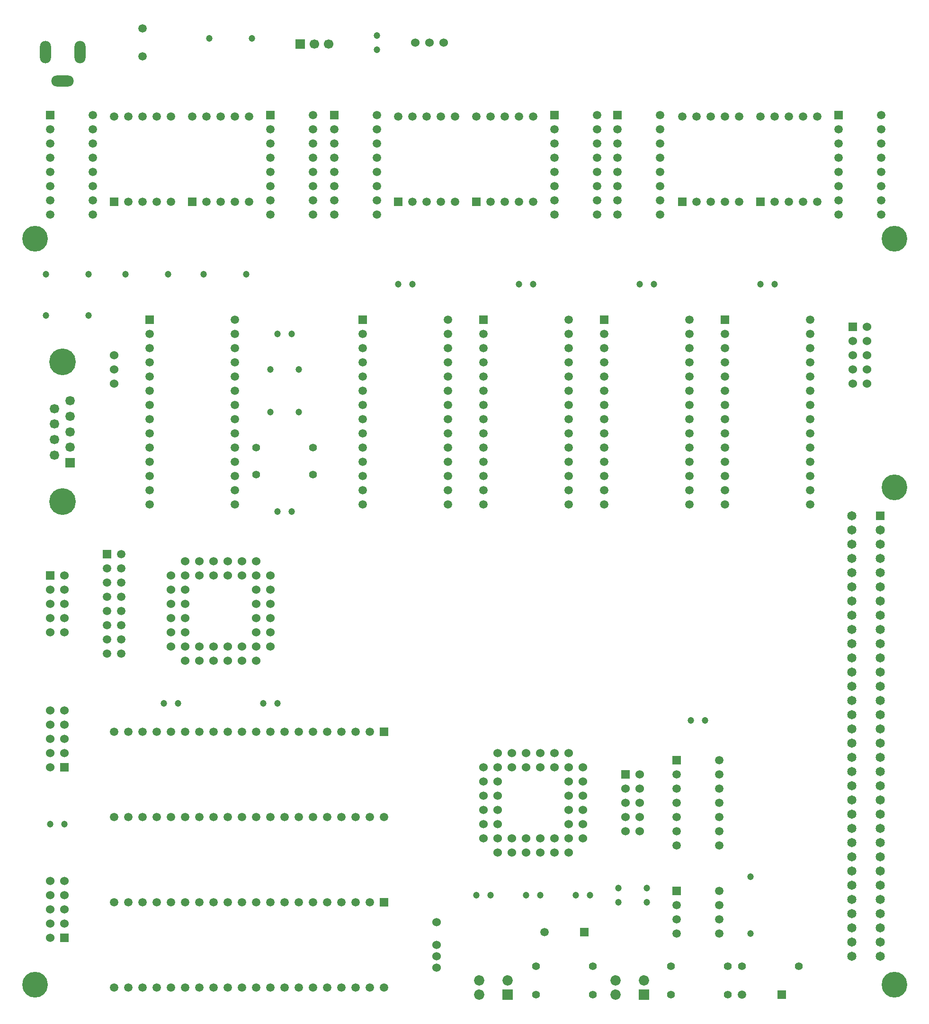
<source format=gbr>
G04 Layer_Color=255*
%FSLAX26Y26*%
%MOIN*%
%TF.FileFunction,Pads,Bot*%
%TF.Part,Single*%
G01*
G75*
%TA.AperFunction,ComponentPad*%
%ADD15O,0.078740X0.157480*%
%ADD16O,0.157480X0.078740*%
%ADD17C,0.187402*%
%ADD18R,0.066535X0.066535*%
%ADD19C,0.066535*%
%ADD20C,0.055118*%
%ADD21R,0.059055X0.059055*%
%ADD22C,0.059055*%
%ADD23C,0.047244*%
%ADD24C,0.072835*%
%ADD25R,0.072835X0.072835*%
%ADD26R,0.059055X0.059055*%
%ADD27C,0.059055*%
%ADD28C,0.060000*%
%ADD29R,0.060000X0.060000*%
%ADD30R,0.059055X0.059055*%
%ADD31R,0.059055X0.059055*%
%ADD32C,0.064961*%
%ADD33C,0.181102*%
%ADD34R,0.064961X0.064961*%
%ADD35R,0.066929X0.066929*%
%ADD36C,0.066929*%
%TA.AperFunction,ViaPad*%
%ADD37C,0.181102*%
D15*
X215276Y6780630D02*
D03*
X459370Y6780787D02*
D03*
D16*
X335000Y6580000D02*
D03*
D17*
X334016Y4601929D02*
D03*
Y3618071D02*
D03*
D18*
X389921Y3891890D02*
D03*
D19*
X278110Y3946417D02*
D03*
X389921Y4000945D02*
D03*
X278110Y4055472D02*
D03*
X389921Y4110000D02*
D03*
X278110Y4164528D02*
D03*
X389921Y4219055D02*
D03*
X278110Y4273583D02*
D03*
X389921Y4328110D02*
D03*
D20*
X3670000Y150000D02*
D03*
X4070000D02*
D03*
X5020000D02*
D03*
X4620000D02*
D03*
X3670000Y350000D02*
D03*
X4070000D02*
D03*
X5020000D02*
D03*
X4620000D02*
D03*
X5520000D02*
D03*
X5120000D02*
D03*
X2100000Y4000000D02*
D03*
X1700000D02*
D03*
X2100000Y3810000D02*
D03*
X1700000D02*
D03*
D21*
X5399764Y150000D02*
D03*
X4009764Y590000D02*
D03*
X950000Y4900000D02*
D03*
D22*
X5120236Y150000D02*
D03*
X5350000Y5730000D02*
D03*
X5450000D02*
D03*
X5550000D02*
D03*
X5650000D02*
D03*
X5250000Y6330000D02*
D03*
X5350000D02*
D03*
X5450000D02*
D03*
X5550000D02*
D03*
X5650000D02*
D03*
X4800000Y5730000D02*
D03*
X4900000D02*
D03*
X5000000D02*
D03*
X5100000D02*
D03*
X4700000Y6330000D02*
D03*
X4800000D02*
D03*
X4900000D02*
D03*
X5000000D02*
D03*
X5100000D02*
D03*
X1350000Y5730000D02*
D03*
X1450000D02*
D03*
X1550000D02*
D03*
X1650000D02*
D03*
X1250000Y6330000D02*
D03*
X1350000D02*
D03*
X1450000D02*
D03*
X1550000D02*
D03*
X1650000D02*
D03*
X800000Y5730000D02*
D03*
X900000D02*
D03*
X1000000D02*
D03*
X1100000D02*
D03*
X700000Y6330000D02*
D03*
X800000D02*
D03*
X900000D02*
D03*
X1000000D02*
D03*
X1100000D02*
D03*
X3350000Y5730000D02*
D03*
X3450000D02*
D03*
X3550000D02*
D03*
X3650000D02*
D03*
X3250000Y6330000D02*
D03*
X3350000D02*
D03*
X3450000D02*
D03*
X3550000D02*
D03*
X3650000D02*
D03*
X2800000Y5730000D02*
D03*
X2900000D02*
D03*
X3000000D02*
D03*
X3100000D02*
D03*
X2700000Y6330000D02*
D03*
X2800000D02*
D03*
X2900000D02*
D03*
X3000000D02*
D03*
X3100000D02*
D03*
X3730236Y590000D02*
D03*
X750000Y3250000D02*
D03*
X650000Y3150000D02*
D03*
X750000D02*
D03*
X650000Y3050000D02*
D03*
X750000D02*
D03*
X650000Y2950000D02*
D03*
X750000D02*
D03*
X650000Y2850000D02*
D03*
X750000D02*
D03*
X650000Y2750000D02*
D03*
X750000D02*
D03*
X650000Y2650000D02*
D03*
X750000D02*
D03*
X650000Y2550000D02*
D03*
X750000D02*
D03*
X950000Y4800000D02*
D03*
Y4700000D02*
D03*
Y4600000D02*
D03*
Y4500000D02*
D03*
Y4400000D02*
D03*
Y4300000D02*
D03*
Y4200000D02*
D03*
Y4100000D02*
D03*
Y4000000D02*
D03*
Y3900000D02*
D03*
Y3800000D02*
D03*
Y3700000D02*
D03*
Y3600000D02*
D03*
X1550000Y4900000D02*
D03*
Y4800000D02*
D03*
Y4700000D02*
D03*
Y4600000D02*
D03*
Y4500000D02*
D03*
Y4400000D02*
D03*
Y4300000D02*
D03*
Y4200000D02*
D03*
Y4100000D02*
D03*
Y4000000D02*
D03*
Y3900000D02*
D03*
Y3800000D02*
D03*
Y3700000D02*
D03*
Y3600000D02*
D03*
X900000Y6948425D02*
D03*
Y6751575D02*
D03*
D23*
X3600000Y850000D02*
D03*
X3700000D02*
D03*
X4250000Y900000D02*
D03*
Y800000D02*
D03*
X4450000D02*
D03*
Y900000D02*
D03*
X1150000Y2200000D02*
D03*
X1050000D02*
D03*
X3350000Y850000D02*
D03*
X3250000D02*
D03*
X4500000Y5150000D02*
D03*
X4400000D02*
D03*
X2800000D02*
D03*
X2700000D02*
D03*
X3650000D02*
D03*
X3550000D02*
D03*
X1850000Y2200000D02*
D03*
X1750000D02*
D03*
X4760000Y2080000D02*
D03*
X4860000D02*
D03*
X3950000Y850000D02*
D03*
X4050000D02*
D03*
X250000Y1350000D02*
D03*
X5350000Y5150000D02*
D03*
X5250000D02*
D03*
X1950000Y3550000D02*
D03*
X1850000D02*
D03*
X1330000Y5220000D02*
D03*
X1630000D02*
D03*
X780000D02*
D03*
X1080000D02*
D03*
X520000D02*
D03*
X220000D02*
D03*
Y4930000D02*
D03*
X520000D02*
D03*
X1850000Y4800000D02*
D03*
X1950000D02*
D03*
X2000000Y4550000D02*
D03*
X1800000D02*
D03*
X2550000Y6900000D02*
D03*
Y6800000D02*
D03*
X1670000Y6880000D02*
D03*
X1370000D02*
D03*
X1800000Y4250000D02*
D03*
X2000000D02*
D03*
X5180000Y980000D02*
D03*
Y580000D02*
D03*
X350000Y1350000D02*
D03*
D24*
X3470000Y250000D02*
D03*
X3270000D02*
D03*
Y150000D02*
D03*
X4430000Y250000D02*
D03*
X4230000D02*
D03*
Y150000D02*
D03*
D25*
X3470000D02*
D03*
X4430000D02*
D03*
D26*
X4150000Y4900000D02*
D03*
X2450000D02*
D03*
X5000000D02*
D03*
X5800000Y6340000D02*
D03*
X4241762D02*
D03*
X1800000D02*
D03*
X250000D02*
D03*
X3800000D02*
D03*
X2250000D02*
D03*
X3300000Y4900000D02*
D03*
X4660000Y880000D02*
D03*
Y1800000D02*
D03*
D27*
X4150000Y4800000D02*
D03*
Y4700000D02*
D03*
Y4600000D02*
D03*
Y4500000D02*
D03*
Y4400000D02*
D03*
Y4300000D02*
D03*
Y4200000D02*
D03*
Y4100000D02*
D03*
Y4000000D02*
D03*
Y3900000D02*
D03*
Y3800000D02*
D03*
Y3700000D02*
D03*
Y3600000D02*
D03*
X4750000Y4900000D02*
D03*
Y4800000D02*
D03*
Y4700000D02*
D03*
Y4600000D02*
D03*
Y4500000D02*
D03*
Y4400000D02*
D03*
Y4300000D02*
D03*
Y4200000D02*
D03*
Y4100000D02*
D03*
Y4000000D02*
D03*
Y3900000D02*
D03*
Y3800000D02*
D03*
Y3700000D02*
D03*
Y3600000D02*
D03*
X2450000Y4800000D02*
D03*
Y4700000D02*
D03*
Y4600000D02*
D03*
Y4500000D02*
D03*
Y4400000D02*
D03*
Y4300000D02*
D03*
Y4200000D02*
D03*
Y4100000D02*
D03*
Y4000000D02*
D03*
Y3900000D02*
D03*
Y3800000D02*
D03*
Y3700000D02*
D03*
Y3600000D02*
D03*
X3050000Y4900000D02*
D03*
Y4800000D02*
D03*
Y4700000D02*
D03*
Y4600000D02*
D03*
Y4500000D02*
D03*
Y4400000D02*
D03*
Y4300000D02*
D03*
Y4200000D02*
D03*
Y4100000D02*
D03*
Y4000000D02*
D03*
Y3900000D02*
D03*
Y3800000D02*
D03*
Y3700000D02*
D03*
Y3600000D02*
D03*
X5000000Y4800000D02*
D03*
Y4700000D02*
D03*
Y4600000D02*
D03*
Y4500000D02*
D03*
Y4400000D02*
D03*
Y4300000D02*
D03*
Y4200000D02*
D03*
Y4100000D02*
D03*
Y4000000D02*
D03*
Y3900000D02*
D03*
Y3800000D02*
D03*
Y3700000D02*
D03*
Y3600000D02*
D03*
X5600000Y4900000D02*
D03*
Y4800000D02*
D03*
Y4700000D02*
D03*
Y4600000D02*
D03*
Y4500000D02*
D03*
Y4400000D02*
D03*
Y4300000D02*
D03*
Y4200000D02*
D03*
Y4100000D02*
D03*
Y4000000D02*
D03*
Y3900000D02*
D03*
Y3800000D02*
D03*
Y3700000D02*
D03*
Y3600000D02*
D03*
X2500000Y800000D02*
D03*
X2400000D02*
D03*
X2300000D02*
D03*
X2200000D02*
D03*
X2100000D02*
D03*
X2000000D02*
D03*
X1900000D02*
D03*
X1800000D02*
D03*
X1700000D02*
D03*
X1600000D02*
D03*
X1500000D02*
D03*
X1400000D02*
D03*
X1300000D02*
D03*
X1200000D02*
D03*
X1100000D02*
D03*
X1000000D02*
D03*
X900000D02*
D03*
X800000D02*
D03*
X700000D02*
D03*
X2600000Y200000D02*
D03*
X2500000D02*
D03*
X2400000D02*
D03*
X2300000D02*
D03*
X2200000D02*
D03*
X2100000D02*
D03*
X2000000D02*
D03*
X1900000D02*
D03*
X1800000D02*
D03*
X1700000D02*
D03*
X1600000D02*
D03*
X1500000D02*
D03*
X1400000D02*
D03*
X1300000D02*
D03*
X1200000D02*
D03*
X1100000D02*
D03*
X1000000D02*
D03*
X900000D02*
D03*
X800000D02*
D03*
X700000D02*
D03*
X6100000Y5640000D02*
D03*
Y5740000D02*
D03*
Y5840000D02*
D03*
Y5940000D02*
D03*
Y6040000D02*
D03*
Y6140000D02*
D03*
Y6240000D02*
D03*
Y6340000D02*
D03*
X5800000Y5640000D02*
D03*
Y5740000D02*
D03*
Y5840000D02*
D03*
Y5940000D02*
D03*
Y6040000D02*
D03*
Y6140000D02*
D03*
Y6240000D02*
D03*
X4541762Y5640000D02*
D03*
Y5740000D02*
D03*
Y5840000D02*
D03*
Y5940000D02*
D03*
Y6040000D02*
D03*
Y6140000D02*
D03*
Y6240000D02*
D03*
Y6340000D02*
D03*
X4241762Y5640000D02*
D03*
Y5740000D02*
D03*
Y5840000D02*
D03*
Y5940000D02*
D03*
Y6040000D02*
D03*
Y6140000D02*
D03*
Y6240000D02*
D03*
X2100000Y5640000D02*
D03*
Y5740000D02*
D03*
Y5840000D02*
D03*
Y5940000D02*
D03*
Y6040000D02*
D03*
Y6140000D02*
D03*
Y6240000D02*
D03*
Y6340000D02*
D03*
X1800000Y5640000D02*
D03*
Y5740000D02*
D03*
Y5840000D02*
D03*
Y5940000D02*
D03*
Y6040000D02*
D03*
Y6140000D02*
D03*
Y6240000D02*
D03*
X550000Y5640000D02*
D03*
Y5740000D02*
D03*
Y5840000D02*
D03*
Y5940000D02*
D03*
Y6040000D02*
D03*
Y6140000D02*
D03*
Y6240000D02*
D03*
Y6340000D02*
D03*
X250000Y5640000D02*
D03*
Y5740000D02*
D03*
Y5840000D02*
D03*
Y5940000D02*
D03*
Y6040000D02*
D03*
Y6140000D02*
D03*
Y6240000D02*
D03*
X4100000Y5640000D02*
D03*
Y5740000D02*
D03*
Y5840000D02*
D03*
Y5940000D02*
D03*
Y6040000D02*
D03*
Y6140000D02*
D03*
Y6240000D02*
D03*
Y6340000D02*
D03*
X3800000Y5640000D02*
D03*
Y5740000D02*
D03*
Y5840000D02*
D03*
Y5940000D02*
D03*
Y6040000D02*
D03*
Y6140000D02*
D03*
Y6240000D02*
D03*
X2550000Y5640000D02*
D03*
Y5740000D02*
D03*
Y5840000D02*
D03*
Y5940000D02*
D03*
Y6040000D02*
D03*
Y6140000D02*
D03*
Y6240000D02*
D03*
Y6340000D02*
D03*
X2250000Y5640000D02*
D03*
Y5740000D02*
D03*
Y5840000D02*
D03*
Y5940000D02*
D03*
Y6040000D02*
D03*
Y6140000D02*
D03*
Y6240000D02*
D03*
X2500000Y2000000D02*
D03*
X2400000D02*
D03*
X2300000D02*
D03*
X2200000D02*
D03*
X2100000D02*
D03*
X2000000D02*
D03*
X1900000D02*
D03*
X1800000D02*
D03*
X1700000D02*
D03*
X1600000D02*
D03*
X1500000D02*
D03*
X1400000D02*
D03*
X1300000D02*
D03*
X1200000D02*
D03*
X1100000D02*
D03*
X1000000D02*
D03*
X900000D02*
D03*
X800000D02*
D03*
X700000D02*
D03*
X2600000Y1400000D02*
D03*
X2500000D02*
D03*
X2400000D02*
D03*
X2300000D02*
D03*
X2200000D02*
D03*
X2100000D02*
D03*
X2000000D02*
D03*
X1900000D02*
D03*
X1800000D02*
D03*
X1700000D02*
D03*
X1600000D02*
D03*
X1500000D02*
D03*
X1400000D02*
D03*
X1300000D02*
D03*
X1200000D02*
D03*
X1100000D02*
D03*
X1000000D02*
D03*
X900000D02*
D03*
X800000D02*
D03*
X700000D02*
D03*
X3300000Y4800000D02*
D03*
Y4700000D02*
D03*
Y4600000D02*
D03*
Y4500000D02*
D03*
Y4400000D02*
D03*
Y4300000D02*
D03*
Y4200000D02*
D03*
Y4100000D02*
D03*
Y4000000D02*
D03*
Y3900000D02*
D03*
Y3800000D02*
D03*
Y3700000D02*
D03*
Y3600000D02*
D03*
X3900000Y4900000D02*
D03*
Y4800000D02*
D03*
Y4700000D02*
D03*
Y4600000D02*
D03*
Y4500000D02*
D03*
Y4400000D02*
D03*
Y4300000D02*
D03*
Y4200000D02*
D03*
Y4100000D02*
D03*
Y4000000D02*
D03*
Y3900000D02*
D03*
Y3800000D02*
D03*
Y3700000D02*
D03*
Y3600000D02*
D03*
X4960000Y580000D02*
D03*
Y680000D02*
D03*
Y780000D02*
D03*
Y880000D02*
D03*
X4660000Y580000D02*
D03*
Y680000D02*
D03*
Y780000D02*
D03*
X4960000Y1200000D02*
D03*
Y1300000D02*
D03*
Y1400000D02*
D03*
Y1500000D02*
D03*
Y1600000D02*
D03*
Y1700000D02*
D03*
Y1800000D02*
D03*
X4660000Y1200000D02*
D03*
Y1300000D02*
D03*
Y1400000D02*
D03*
Y1500000D02*
D03*
Y1600000D02*
D03*
Y1700000D02*
D03*
D28*
X1400000Y2600000D02*
D03*
X1500000Y2500000D02*
D03*
Y2600000D02*
D03*
X1600000Y2500000D02*
D03*
Y2600000D02*
D03*
X1700000Y2500000D02*
D03*
X1800000Y2600000D02*
D03*
X1700000D02*
D03*
X1800000Y2700000D02*
D03*
X1700000D02*
D03*
X1800000Y2800000D02*
D03*
X1700000D02*
D03*
X1800000Y2900000D02*
D03*
X1700000D02*
D03*
X1800000Y3000000D02*
D03*
X1700000D02*
D03*
X1800000Y3100000D02*
D03*
X1700000Y3200000D02*
D03*
Y3100000D02*
D03*
X1600000Y3200000D02*
D03*
Y3100000D02*
D03*
X1500000Y3200000D02*
D03*
Y3100000D02*
D03*
X1400000Y3200000D02*
D03*
Y3100000D02*
D03*
X1200000Y3000000D02*
D03*
Y2900000D02*
D03*
Y3100000D02*
D03*
X1300000Y3200000D02*
D03*
Y3100000D02*
D03*
X1200000Y3200000D02*
D03*
X1300000Y2600000D02*
D03*
X1100000Y3100000D02*
D03*
X1300000Y2500000D02*
D03*
X1100000Y3000000D02*
D03*
Y2900000D02*
D03*
X1200000Y2800000D02*
D03*
Y2700000D02*
D03*
X1100000Y2800000D02*
D03*
X1200000Y2600000D02*
D03*
X1100000Y2700000D02*
D03*
Y2600000D02*
D03*
X1200000Y2500000D02*
D03*
X1400000D02*
D03*
X700000Y4450000D02*
D03*
Y4550000D02*
D03*
Y4650000D02*
D03*
X350000Y2700000D02*
D03*
X250000D02*
D03*
X350000Y2800000D02*
D03*
X250000D02*
D03*
X350000Y2900000D02*
D03*
X250000D02*
D03*
X350000Y3000000D02*
D03*
X250000D02*
D03*
X350000Y3100000D02*
D03*
X250000Y2150000D02*
D03*
X350000D02*
D03*
X250000Y2050000D02*
D03*
X350000D02*
D03*
X250000Y1950000D02*
D03*
X350000D02*
D03*
X250000Y1850000D02*
D03*
X350000D02*
D03*
X250000Y1750000D02*
D03*
Y950000D02*
D03*
X350000D02*
D03*
X250000Y850000D02*
D03*
X350000D02*
D03*
X250000Y750000D02*
D03*
X350000D02*
D03*
X250000Y650000D02*
D03*
X350000D02*
D03*
X250000Y550000D02*
D03*
X4400000Y1300000D02*
D03*
X4300000D02*
D03*
X4400000Y1400000D02*
D03*
X4300000D02*
D03*
X4400000Y1500000D02*
D03*
X4300000D02*
D03*
X4400000Y1600000D02*
D03*
X4300000D02*
D03*
X4400000Y1700000D02*
D03*
X3020000Y6850000D02*
D03*
X2920000D02*
D03*
X2820000D02*
D03*
X6000000Y4450000D02*
D03*
X5900000D02*
D03*
X6000000Y4550000D02*
D03*
X5900000D02*
D03*
X6000000Y4650000D02*
D03*
X5900000D02*
D03*
X6000000Y4750000D02*
D03*
X5900000D02*
D03*
X6000000Y4850000D02*
D03*
X2970000Y660000D02*
D03*
Y500000D02*
D03*
Y420000D02*
D03*
Y340000D02*
D03*
X3700000Y1750000D02*
D03*
X3600000Y1850000D02*
D03*
Y1750000D02*
D03*
X3500000Y1850000D02*
D03*
Y1750000D02*
D03*
X3400000Y1850000D02*
D03*
X3300000Y1750000D02*
D03*
X3400000D02*
D03*
X3300000Y1650000D02*
D03*
X3400000D02*
D03*
X3300000Y1550000D02*
D03*
X3400000D02*
D03*
X3300000Y1450000D02*
D03*
X3400000D02*
D03*
X3300000Y1350000D02*
D03*
X3400000D02*
D03*
X3300000Y1250000D02*
D03*
X3400000Y1150000D02*
D03*
Y1250000D02*
D03*
X3500000Y1150000D02*
D03*
Y1250000D02*
D03*
X3600000Y1150000D02*
D03*
Y1250000D02*
D03*
X3700000Y1150000D02*
D03*
Y1250000D02*
D03*
X3900000Y1350000D02*
D03*
Y1450000D02*
D03*
Y1250000D02*
D03*
X3800000Y1150000D02*
D03*
Y1250000D02*
D03*
X3900000Y1150000D02*
D03*
X3800000Y1750000D02*
D03*
X4000000Y1250000D02*
D03*
X3800000Y1850000D02*
D03*
X4000000Y1350000D02*
D03*
Y1450000D02*
D03*
X3900000Y1550000D02*
D03*
Y1650000D02*
D03*
X4000000Y1550000D02*
D03*
X3900000Y1750000D02*
D03*
X4000000Y1650000D02*
D03*
Y1750000D02*
D03*
X3900000Y1850000D02*
D03*
X3700000D02*
D03*
D29*
X250000Y3100000D02*
D03*
X350000Y1750000D02*
D03*
Y550000D02*
D03*
X4300000Y1700000D02*
D03*
X5900000Y4850000D02*
D03*
D30*
X2600000Y800000D02*
D03*
Y2000000D02*
D03*
D31*
X5250000Y5730000D02*
D03*
X4700000D02*
D03*
X1250000D02*
D03*
X700000D02*
D03*
X3250000D02*
D03*
X2700000D02*
D03*
X650000Y3250000D02*
D03*
D32*
X5890551Y3418504D02*
D03*
Y3118504D02*
D03*
Y2818504D02*
D03*
Y2518504D02*
D03*
X6090551Y518504D02*
D03*
X5890551Y3518504D02*
D03*
Y3318504D02*
D03*
Y3218504D02*
D03*
Y3018504D02*
D03*
Y2918504D02*
D03*
Y2718504D02*
D03*
Y2618504D02*
D03*
Y2418504D02*
D03*
X6090551Y3318504D02*
D03*
Y3218504D02*
D03*
Y3018504D02*
D03*
Y2918504D02*
D03*
Y2718504D02*
D03*
Y2618504D02*
D03*
Y2418504D02*
D03*
X5890551Y418504D02*
D03*
Y618504D02*
D03*
Y718504D02*
D03*
Y918504D02*
D03*
Y1018504D02*
D03*
Y1218504D02*
D03*
Y1318504D02*
D03*
Y1518504D02*
D03*
X6090551Y418504D02*
D03*
Y618504D02*
D03*
Y718504D02*
D03*
Y918504D02*
D03*
Y1018504D02*
D03*
Y1218504D02*
D03*
Y1318504D02*
D03*
Y1518504D02*
D03*
X5890551Y1618504D02*
D03*
Y1718504D02*
D03*
Y1818504D02*
D03*
Y1918504D02*
D03*
Y2018504D02*
D03*
Y2118504D02*
D03*
Y2218504D02*
D03*
Y2318504D02*
D03*
X6090551Y1618504D02*
D03*
Y1718504D02*
D03*
Y1818504D02*
D03*
Y1918504D02*
D03*
Y2018504D02*
D03*
Y2118504D02*
D03*
Y2218504D02*
D03*
Y2318504D02*
D03*
Y3418504D02*
D03*
Y3118504D02*
D03*
Y2818504D02*
D03*
Y2518504D02*
D03*
Y1418504D02*
D03*
Y1118504D02*
D03*
Y818504D02*
D03*
X5890551Y518504D02*
D03*
Y818504D02*
D03*
Y1118504D02*
D03*
Y1418504D02*
D03*
D33*
X6190551Y218504D02*
D03*
Y3718504D02*
D03*
D34*
X6090551Y3518504D02*
D03*
D35*
X2010000Y6840000D02*
D03*
D36*
X2110000D02*
D03*
X2210000D02*
D03*
D37*
X141732Y218504D02*
D03*
X6190551Y5468504D02*
D03*
X141732D02*
D03*
%TF.MD5,5276D617F0D29A4F896F40E5EECDF5E2*%
M02*

</source>
